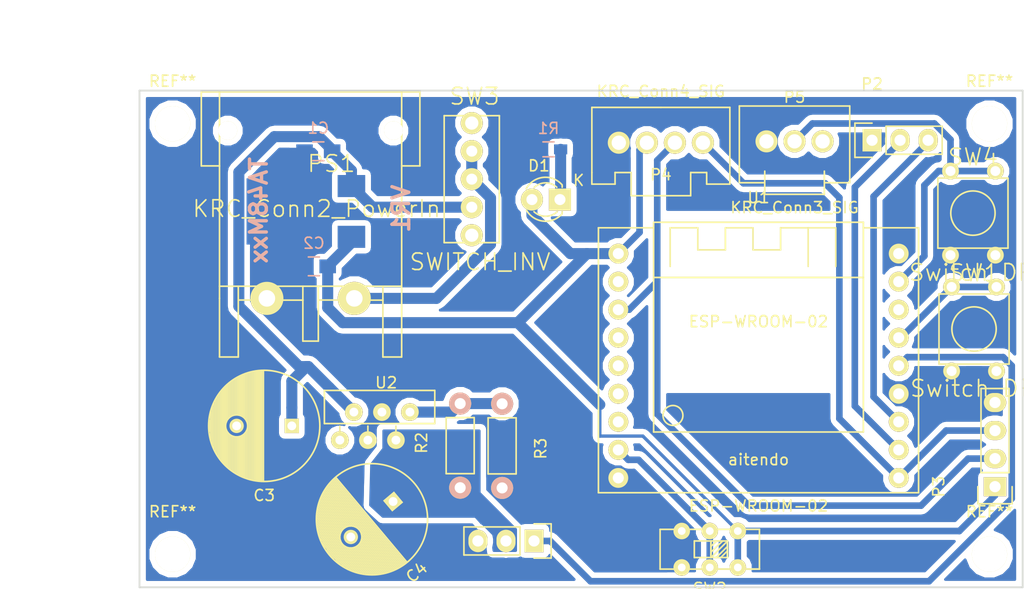
<source format=kicad_pcb>
(kicad_pcb (version 4) (host pcbnew 4.0.2-stable)
  (layers (0 F.Cu signal) (31 B.Cu signal) (34 B.Paste user) (35 F.Paste user) (36 B.SilkS user) (37 F.SilkS user hide) (38 B.Mask user) (39 F.Mask user) (44 Edge.Cuts user))
  (net 0 "")
  (net 1 +12V)
  (net 2 GND)
  (net 3 +3V3)
  (net 4 +9V)
  (net 5 "Net-(D1-Pad1)")
  (net 6 SCL)
  (net 7 SDA)
  (net 8 SW)
  (net 9 VCC)
  (net 10 "Net-(R2-Pad2)")
  (net 11 RST)
  (net 12 MODE)
  (net 13 Servo)
  (net 14 RX)
  (net 15 TX)
  (module KUT_Connector:DF22-2P (layer F.Cu) (at 141.54 88.825)
    (fp_text reference PS1 (at 5.84 -12.2) (layer F.SilkS) (effects (font (size 1.5 1.5))))
    (fp_text value KRC_Conn2_PowerIn (at 4.51 -8.12) (layer F.SilkS) (effects (font (size 1.5 1.5))))
    (fp_line (start 4.66 0.15) (end 4.66 -1.1) (layer F.SilkS) (width 0.15))
    (fp_line (start 3.26 0.16) (end 3.26 -1.1) (layer F.SilkS) (width 0.15))
    (fp_line (start 4.66 0.15) (end 7.17 0.15) (layer F.SilkS) (width 0.15))
    (fp_line (start 3.26 0.16) (end 0.75 0.16) (layer F.SilkS) (width 0.15))
    (fp_line (start 3.26 0.16) (end 3.26 3.87) (layer F.SilkS) (width 0.15))
    (fp_line (start 3.26 3.87) (end 4.66 3.87) (layer F.SilkS) (width 0.15))
    (fp_line (start 4.66 3.87) (end 4.66 0.15) (layer F.SilkS) (width 0.15))
    (fp_line (start -5.94 -12) (end -5.94 -18.7) (layer F.SilkS) (width 0.15))
    (fp_line (start 13.86 -12) (end 13.86 -18.7) (layer F.SilkS) (width 0.15))
    (fp_line (start 12.21 -12) (end 13.86 -12) (layer F.SilkS) (width 0.15))
    (fp_line (start 12.21 5.31) (end 10.51 5.31) (layer F.SilkS) (width 0.15))
    (fp_line (start -2.59 5.31) (end -4.29 5.31) (layer F.SilkS) (width 0.15))
    (fp_line (start -4.29 -12) (end -5.94 -12) (layer F.SilkS) (width 0.15))
    (fp_line (start 8.67 0.16) (end 10.51 0.16) (layer F.SilkS) (width 0.15))
    (fp_line (start 10.51 0) (end 10.51 5.31) (layer F.SilkS) (width 0.15))
    (fp_line (start 10.51 0) (end 10.51 -1.1) (layer F.SilkS) (width 0.15))
    (fp_line (start 3.96 -1.1) (end 12.21 -1.1) (layer F.SilkS) (width 0.15))
    (fp_line (start 12.21 -15.2) (end 12.21 5.31) (layer F.SilkS) (width 0.15))
    (fp_line (start 12.21 -15.2) (end 12.21 -18.7) (layer F.SilkS) (width 0.15))
    (fp_line (start 8.67 0) (end 8.67 0.15) (layer F.SilkS) (width 0.15))
    (fp_line (start 0.75 0) (end 0.75 0.15) (layer F.SilkS) (width 0.15))
    (fp_line (start 7.17 0.15) (end 7.17 0) (layer F.SilkS) (width 0.15))
    (fp_line (start -0.75 0) (end -0.75 0.15) (layer F.SilkS) (width 0.15))
    (fp_line (start -0.75 0.15) (end -2.59 0.15) (layer F.SilkS) (width 0.15))
    (fp_line (start 8.67 0) (end 7.17 0) (layer F.SilkS) (width 0.15))
    (fp_line (start 0.75 0) (end -0.75 0) (layer F.SilkS) (width 0.15))
    (fp_line (start 3.96 -1.1) (end -4.29 -1.1) (layer F.SilkS) (width 0.15))
    (fp_line (start -2.59 -1.1) (end -2.59 5.31) (layer F.SilkS) (width 0.15))
    (fp_line (start -4.29 0) (end -4.29 5.3) (layer F.SilkS) (width 0.15))
    (fp_line (start -4.29 0) (end -4.29 -18.7) (layer F.SilkS) (width 0.15))
    (fp_line (start 8.67 0) (end 8.67 -1.1) (layer F.SilkS) (width 0.15))
    (fp_line (start 7.17 0) (end 7.17 -1.1) (layer F.SilkS) (width 0.15))
    (fp_line (start 0.75 0) (end 0.75 -1.1) (layer F.SilkS) (width 0.15))
    (fp_line (start -0.75 0) (end -0.75 -1.1) (layer F.SilkS) (width 0.15))
    (fp_line (start -5.94 -18.7) (end 13.86 -18.7) (layer F.SilkS) (width 0.15))
    (pad 2 thru_hole circle (at 0 0) (size 3 3) (drill 1.5) (layers *.Cu *.Mask F.SilkS) (net 2 GND))
    (pad 1 thru_hole circle (at 7.92 0) (size 3 3) (drill 1.5) (layers *.Cu *.Mask F.SilkS) (net 9 VCC))
    (pad "" np_thru_hole circle (at -3.54 -15.2) (size 1.7 1.7) (drill 1.7) (layers *.Cu *.Mask F.SilkS))
    (pad "" np_thru_hole circle (at 11.46 -15.2) (size 1.7 1.7) (drill 1.7) (layers *.Cu *.Mask F.SilkS))
  )
  (module Mounting_Holes:MountingHole_3.2mm_M3_ISO7380 (layer F.Cu) (at 133 73)
    (fp_text reference REF** (at 0 -3.85) (layer F.SilkS))
    (fp_text value MountingHole_3.2mm_M3_ISO7380)
    (pad 1 np_thru_hole circle (at 0 0) (size 3.2 3.2) (drill 3.2) (layers *.Cu *.Mask F.SilkS))
  )
  (module Mounting_Holes:MountingHole_3.2mm_M3_ISO7380 (layer F.Cu) (at 133 112)
    (fp_text reference REF** (at 0 -3.85) (layer F.SilkS))
    (fp_text value MountingHole_3.2mm_M3_ISO7380)
    (pad 1 np_thru_hole circle (at 0 0) (size 3.2 3.2) (drill 3.2) (layers *.Cu *.Mask F.SilkS))
  )
  (module Mounting_Holes:MountingHole_3.2mm_M3_ISO7380 (layer F.Cu) (at 207 73)
    (fp_text reference REF** (at 0 -3.85) (layer F.SilkS))
    (fp_text value MountingHole_3.2mm_M3_ISO7380)
    (pad 1 np_thru_hole circle (at 0 0) (size 3.2 3.2) (drill 3.2) (layers *.Cu *.Mask F.SilkS))
  )
  (module Capacitors_SMD:C_0805_HandSoldering (layer B.Cu) (at 146.2 75.5 180)
    (fp_text reference C1 (at 0 2.1 180) (layer B.SilkS) (effects (justify mirror)))
    (fp_text value 1uF)
    (fp_line (start 0.5 0.85) (end -0.5 0.85) (layer B.SilkS) (width 0.15))
    (fp_line (start -0.5 -0.85) (end 0.5 -0.85) (layer B.SilkS) (width 0.15))
    (pad 1 smd rect (at -1.25 0 180) (size 1.5 1.25) (layers B.Cu B.Paste B.Mask) (net 1 +12V))
    (pad 2 smd rect (at 1.25 0 180) (size 1.5 1.25) (layers B.Cu B.Paste B.Mask) (net 2 GND))
  )
  (module Capacitors_SMD:C_0805_HandSoldering (layer B.Cu) (at 145.8 85.925 180)
    (fp_text reference C2 (at 0 2.1 180) (layer B.SilkS) (effects (justify mirror)))
    (fp_text value 1uF)
    (fp_line (start 0.5 0.85) (end -0.5 0.85) (layer B.SilkS) (width 0.15))
    (fp_line (start -0.5 -0.85) (end 0.5 -0.85) (layer B.SilkS) (width 0.15))
    (pad 1 smd rect (at -1.25 0 180) (size 1.5 1.25) (layers B.Cu B.Paste B.Mask) (net 3 +3V3))
    (pad 2 smd rect (at 1.25 0 180) (size 1.5 1.25) (layers B.Cu B.Paste B.Mask) (net 2 GND))
  )
  (module Capacitors_ThroughHole:C_Radial_D10_L13_P5 (layer F.Cu) (at 143.8 100.375 180)
    (fp_text reference C3 (at 2.5 -6.3 180) (layer F.SilkS))
    (fp_text value 220uF)
    (fp_line (start 2.575 -4.999) (end 2.575 4.999) (layer F.SilkS) (width 0.15))
    (fp_line (start 2.715 -4.995) (end 2.715 4.995) (layer F.SilkS) (width 0.15))
    (fp_line (start 2.855 -4.987) (end 2.855 4.987) (layer F.SilkS) (width 0.15))
    (fp_line (start 2.995 -4.975) (end 2.995 4.975) (layer F.SilkS) (width 0.15))
    (fp_line (start 3.135 -4.96) (end 3.135 4.96) (layer F.SilkS) (width 0.15))
    (fp_line (start 3.275 -4.94) (end 3.275 4.94) (layer F.SilkS) (width 0.15))
    (fp_line (start 3.415 -4.916) (end 3.415 4.916) (layer F.SilkS) (width 0.15))
    (fp_line (start 3.555 -4.887) (end 3.555 4.887) (layer F.SilkS) (width 0.15))
    (fp_line (start 3.695 -4.855) (end 3.695 4.855) (layer F.SilkS) (width 0.15))
    (fp_line (start 3.835 -4.818) (end 3.835 4.818) (layer F.SilkS) (width 0.15))
    (fp_line (start 3.975 -4.777) (end 3.975 4.777) (layer F.SilkS) (width 0.15))
    (fp_line (start 4.115 -4.732) (end 4.115 -0.466) (layer F.SilkS) (width 0.15))
    (fp_line (start 4.115 0.466) (end 4.115 4.732) (layer F.SilkS) (width 0.15))
    (fp_line (start 4.255 -4.682) (end 4.255 -0.667) (layer F.SilkS) (width 0.15))
    (fp_line (start 4.255 0.667) (end 4.255 4.682) (layer F.SilkS) (width 0.15))
    (fp_line (start 4.395 -4.627) (end 4.395 -0.796) (layer F.SilkS) (width 0.15))
    (fp_line (start 4.395 0.796) (end 4.395 4.627) (layer F.SilkS) (width 0.15))
    (fp_line (start 4.535 -4.567) (end 4.535 -0.885) (layer F.SilkS) (width 0.15))
    (fp_line (start 4.535 0.885) (end 4.535 4.567) (layer F.SilkS) (width 0.15))
    (fp_line (start 4.675 -4.502) (end 4.675 -0.946) (layer F.SilkS) (width 0.15))
    (fp_line (start 4.675 0.946) (end 4.675 4.502) (layer F.SilkS) (width 0.15))
    (fp_line (start 4.815 -4.432) (end 4.815 -0.983) (layer F.SilkS) (width 0.15))
    (fp_line (start 4.815 0.983) (end 4.815 4.432) (layer F.SilkS) (width 0.15))
    (fp_line (start 4.955 -4.356) (end 4.955 -0.999) (layer F.SilkS) (width 0.15))
    (fp_line (start 4.955 0.999) (end 4.955 4.356) (layer F.SilkS) (width 0.15))
    (fp_line (start 5.095 -4.274) (end 5.095 -0.995) (layer F.SilkS) (width 0.15))
    (fp_line (start 5.095 0.995) (end 5.095 4.274) (layer F.SilkS) (width 0.15))
    (fp_line (start 5.235 -4.186) (end 5.235 -0.972) (layer F.SilkS) (width 0.15))
    (fp_line (start 5.235 0.972) (end 5.235 4.186) (layer F.SilkS) (width 0.15))
    (fp_line (start 5.375 -4.091) (end 5.375 -0.927) (layer F.SilkS) (width 0.15))
    (fp_line (start 5.375 0.927) (end 5.375 4.091) (layer F.SilkS) (width 0.15))
    (fp_line (start 5.515 -3.989) (end 5.515 -0.857) (layer F.SilkS) (width 0.15))
    (fp_line (start 5.515 0.857) (end 5.515 3.989) (layer F.SilkS) (width 0.15))
    (fp_line (start 5.655 -3.879) (end 5.655 -0.756) (layer F.SilkS) (width 0.15))
    (fp_line (start 5.655 0.756) (end 5.655 3.879) (layer F.SilkS) (width 0.15))
    (fp_line (start 5.795 -3.761) (end 5.795 -0.607) (layer F.SilkS) (width 0.15))
    (fp_line (start 5.795 0.607) (end 5.795 3.761) (layer F.SilkS) (width 0.15))
    (fp_line (start 5.935 -3.633) (end 5.935 -0.355) (layer F.SilkS) (width 0.15))
    (fp_line (start 5.935 0.355) (end 5.935 3.633) (layer F.SilkS) (width 0.15))
    (fp_line (start 6.075 -3.496) (end 6.075 3.496) (layer F.SilkS) (width 0.15))
    (fp_line (start 6.215 -3.346) (end 6.215 3.346) (layer F.SilkS) (width 0.15))
    (fp_line (start 6.355 -3.184) (end 6.355 3.184) (layer F.SilkS) (width 0.15))
    (fp_line (start 6.495 -3.007) (end 6.495 3.007) (layer F.SilkS) (width 0.15))
    (fp_line (start 6.635 -2.811) (end 6.635 2.811) (layer F.SilkS) (width 0.15))
    (fp_line (start 6.775 -2.593) (end 6.775 2.593) (layer F.SilkS) (width 0.15))
    (fp_line (start 6.915 -2.347) (end 6.915 2.347) (layer F.SilkS) (width 0.15))
    (fp_line (start 7.055 -2.062) (end 7.055 2.062) (layer F.SilkS) (width 0.15))
    (fp_line (start 7.195 -1.72) (end 7.195 1.72) (layer F.SilkS) (width 0.15))
    (fp_line (start 7.335 -1.274) (end 7.335 1.274) (layer F.SilkS) (width 0.15))
    (fp_line (start 7.475 -0.499) (end 7.475 0.499) (layer F.SilkS) (width 0.15))
    (fp_circle (center 5 0) (end 5 -1) (layer F.SilkS) (width 0.15))
    (fp_circle (center 2.5 0) (end 2.5 -5.0375) (layer F.SilkS) (width 0.15))
    (pad 1 thru_hole rect (at 0 0 180) (size 1.3 1.3) (drill 0.8) (layers *.Cu *.Mask F.SilkS) (net 1 +12V))
    (pad 2 thru_hole circle (at 5 0 180) (size 1.3 1.3) (drill 0.8) (layers *.Cu *.Mask F.SilkS) (net 2 GND))
  )
  (module Capacitors_ThroughHole:C_Radial_D10_L13_P5 (layer F.Cu) (at 152.975 107.225 220)
    (fp_text reference C4 (at 2.5 -6.3 220) (layer F.SilkS))
    (fp_text value 220uF)
    (fp_line (start 2.575 -4.999) (end 2.575 4.999) (layer F.SilkS) (width 0.15))
    (fp_line (start 2.715 -4.995) (end 2.715 4.995) (layer F.SilkS) (width 0.15))
    (fp_line (start 2.855 -4.987) (end 2.855 4.987) (layer F.SilkS) (width 0.15))
    (fp_line (start 2.995 -4.975) (end 2.995 4.975) (layer F.SilkS) (width 0.15))
    (fp_line (start 3.135 -4.96) (end 3.135 4.96) (layer F.SilkS) (width 0.15))
    (fp_line (start 3.275 -4.94) (end 3.275 4.94) (layer F.SilkS) (width 0.15))
    (fp_line (start 3.415 -4.916) (end 3.415 4.916) (layer F.SilkS) (width 0.15))
    (fp_line (start 3.555 -4.887) (end 3.555 4.887) (layer F.SilkS) (width 0.15))
    (fp_line (start 3.695 -4.855) (end 3.695 4.855) (layer F.SilkS) (width 0.15))
    (fp_line (start 3.835 -4.818) (end 3.835 4.818) (layer F.SilkS) (width 0.15))
    (fp_line (start 3.975 -4.777) (end 3.975 4.777) (layer F.SilkS) (width 0.15))
    (fp_line (start 4.115 -4.732) (end 4.115 -0.466) (layer F.SilkS) (width 0.15))
    (fp_line (start 4.115 0.466) (end 4.115 4.732) (layer F.SilkS) (width 0.15))
    (fp_line (start 4.255 -4.682) (end 4.255 -0.667) (layer F.SilkS) (width 0.15))
    (fp_line (start 4.255 0.667) (end 4.255 4.682) (layer F.SilkS) (width 0.15))
    (fp_line (start 4.395 -4.627) (end 4.395 -0.796) (layer F.SilkS) (width 0.15))
    (fp_line (start 4.395 0.796) (end 4.395 4.627) (layer F.SilkS) (width 0.15))
    (fp_line (start 4.535 -4.567) (end 4.535 -0.885) (layer F.SilkS) (width 0.15))
    (fp_line (start 4.535 0.885) (end 4.535 4.567) (layer F.SilkS) (width 0.15))
    (fp_line (start 4.675 -4.502) (end 4.675 -0.946) (layer F.SilkS) (width 0.15))
    (fp_line (start 4.675 0.946) (end 4.675 4.502) (layer F.SilkS) (width 0.15))
    (fp_line (start 4.815 -4.432) (end 4.815 -0.983) (layer F.SilkS) (width 0.15))
    (fp_line (start 4.815 0.983) (end 4.815 4.432) (layer F.SilkS) (width 0.15))
    (fp_line (start 4.955 -4.356) (end 4.955 -0.999) (layer F.SilkS) (width 0.15))
    (fp_line (start 4.955 0.999) (end 4.955 4.356) (layer F.SilkS) (width 0.15))
    (fp_line (start 5.095 -4.274) (end 5.095 -0.995) (layer F.SilkS) (width 0.15))
    (fp_line (start 5.095 0.995) (end 5.095 4.274) (layer F.SilkS) (width 0.15))
    (fp_line (start 5.235 -4.186) (end 5.235 -0.972) (layer F.SilkS) (width 0.15))
    (fp_line (start 5.235 0.972) (end 5.235 4.186) (layer F.SilkS) (width 0.15))
    (fp_line (start 5.375 -4.091) (end 5.375 -0.927) (layer F.SilkS) (width 0.15))
    (fp_line (start 5.375 0.927) (end 5.375 4.091) (layer F.SilkS) (width 0.15))
    (fp_line (start 5.515 -3.989) (end 5.515 -0.857) (layer F.SilkS) (width 0.15))
    (fp_line (start 5.515 0.857) (end 5.515 3.989) (layer F.SilkS) (width 0.15))
    (fp_line (start 5.655 -3.879) (end 5.655 -0.756) (layer F.SilkS) (width 0.15))
    (fp_line (start 5.655 0.756) (end 5.655 3.879) (layer F.SilkS) (width 0.15))
    (fp_line (start 5.795 -3.761) (end 5.795 -0.607) (layer F.SilkS) (width 0.15))
    (fp_line (start 5.795 0.607) (end 5.795 3.761) (layer F.SilkS) (width 0.15))
    (fp_line (start 5.935 -3.633) (end 5.935 -0.355) (layer F.SilkS) (width 0.15))
    (fp_line (start 5.935 0.355) (end 5.935 3.633) (layer F.SilkS) (width 0.15))
    (fp_line (start 6.075 -3.496) (end 6.075 3.496) (layer F.SilkS) (width 0.15))
    (fp_line (start 6.215 -3.346) (end 6.215 3.346) (layer F.SilkS) (width 0.15))
    (fp_line (start 6.355 -3.184) (end 6.355 3.184) (layer F.SilkS) (width 0.15))
    (fp_line (start 6.495 -3.007) (end 6.495 3.007) (layer F.SilkS) (width 0.15))
    (fp_line (start 6.635 -2.811) (end 6.635 2.811) (layer F.SilkS) (width 0.15))
    (fp_line (start 6.775 -2.593) (end 6.775 2.593) (layer F.SilkS) (width 0.15))
    (fp_line (start 6.915 -2.347) (end 6.915 2.347) (layer F.SilkS) (width 0.15))
    (fp_line (start 7.055 -2.062) (end 7.055 2.062) (layer F.SilkS) (width 0.15))
    (fp_line (start 7.195 -1.72) (end 7.195 1.72) (layer F.SilkS) (width 0.15))
    (fp_line (start 7.335 -1.274) (end 7.335 1.274) (layer F.SilkS) (width 0.15))
    (fp_line (start 7.475 -0.499) (end 7.475 0.499) (layer F.SilkS) (width 0.15))
    (fp_circle (center 5 0) (end 5 -1) (layer F.SilkS) (width 0.15))
    (fp_circle (center 2.5 0) (end 2.5 -5.0375) (layer F.SilkS) (width 0.15))
    (pad 1 thru_hole rect (at 0 0 220) (size 1.3 1.3) (drill 0.8) (layers *.Cu *.Mask F.SilkS) (net 4 +9V))
    (pad 2 thru_hole circle (at 5 0 220) (size 1.3 1.3) (drill 0.8) (layers *.Cu *.Mask F.SilkS) (net 2 GND))
  )
  (module LEDs:LED-3MM (layer F.Cu) (at 168.09 79.875 180)
    (fp_text reference D1 (at 1.91 3.06 180) (layer F.SilkS))
    (fp_text value LED)
    (fp_line (start -0.199 1.314) (end -0.199 1.114) (layer F.SilkS) (width 0.15))
    (fp_line (start -0.199 -1.28) (end -0.199 -1.1) (layer F.SilkS) (width 0.15))
    (fp_arc (start 1.301 0.034) (end -0.199 -1.286) (angle 108.5) (layer F.SilkS) (width 0.15))
    (fp_arc (start 1.301 0.034) (end 0.25 -1.1) (angle 85.7) (layer F.SilkS) (width 0.15))
    (fp_arc (start 1.311 0.034) (end 3.051 0.994) (angle 110) (layer F.SilkS) (width 0.15))
    (fp_arc (start 1.301 0.034) (end 2.335 1.094) (angle 87.5) (layer F.SilkS) (width 0.15))
    (fp_text user K (at -1.69 1.74 180) (layer F.SilkS))
    (pad 1 thru_hole rect (at 0 0 270) (size 2 2) (drill 1.00076) (layers *.Cu *.Mask F.SilkS) (net 5 "Net-(D1-Pad1)"))
    (pad 2 thru_hole circle (at 2.54 0 180) (size 2 2) (drill 1.00076) (layers *.Cu *.Mask F.SilkS) (net 3 +3V3))
  )
  (module Socket_Strips:Socket_Strip_Straight_1x03 (layer F.Cu) (at 165.74 110.8 180)
    (fp_text reference P1 (at 0 -5.1 180) (layer F.SilkS))
    (fp_text value CONN_01X03)
    (fp_line (start 0 -1.55) (end -1.55 -1.55) (layer F.SilkS) (width 0.15))
    (fp_line (start -1.55 -1.55) (end -1.55 1.55) (layer F.SilkS) (width 0.15))
    (fp_line (start -1.55 1.55) (end 0 1.55) (layer F.SilkS) (width 0.15))
    (fp_line (start 1.27 -1.27) (end 6.35 -1.27) (layer F.SilkS) (width 0.15))
    (fp_line (start 6.35 -1.27) (end 6.35 1.27) (layer F.SilkS) (width 0.15))
    (fp_line (start 6.35 1.27) (end 1.27 1.27) (layer F.SilkS) (width 0.15))
    (fp_line (start 1.27 1.27) (end 1.27 -1.27) (layer F.SilkS) (width 0.15))
    (pad 1 thru_hole rect (at 0 0 180) (size 1.7272 2.032) (drill 1.016) (layers *.Cu *.Mask F.SilkS) (net 13 Servo))
    (pad 2 thru_hole oval (at 2.54 0 180) (size 1.7272 2.032) (drill 1.016) (layers *.Cu *.Mask F.SilkS) (net 4 +9V))
    (pad 3 thru_hole oval (at 5.08 0 180) (size 1.7272 2.032) (drill 1.016) (layers *.Cu *.Mask F.SilkS) (net 2 GND))
  )
  (module Socket_Strips:Socket_Strip_Straight_1x03 (layer F.Cu) (at 196.36 74.5)
    (fp_text reference P2 (at 0 -5.1) (layer F.SilkS))
    (fp_text value CONN_01X03)
    (fp_line (start 0 -1.55) (end -1.55 -1.55) (layer F.SilkS) (width 0.15))
    (fp_line (start -1.55 -1.55) (end -1.55 1.55) (layer F.SilkS) (width 0.15))
    (fp_line (start -1.55 1.55) (end 0 1.55) (layer F.SilkS) (width 0.15))
    (fp_line (start 1.27 -1.27) (end 6.35 -1.27) (layer F.SilkS) (width 0.15))
    (fp_line (start 6.35 -1.27) (end 6.35 1.27) (layer F.SilkS) (width 0.15))
    (fp_line (start 6.35 1.27) (end 1.27 1.27) (layer F.SilkS) (width 0.15))
    (fp_line (start 1.27 1.27) (end 1.27 -1.27) (layer F.SilkS) (width 0.15))
    (pad 1 thru_hole rect (at 0 0) (size 1.7272 2.032) (drill 1.016) (layers *.Cu *.Mask F.SilkS) (net 2 GND))
    (pad 2 thru_hole oval (at 2.54 0) (size 1.7272 2.032) (drill 1.016) (layers *.Cu *.Mask F.SilkS) (net 14 RX))
    (pad 3 thru_hole oval (at 5.08 0) (size 1.7272 2.032) (drill 1.016) (layers *.Cu *.Mask F.SilkS) (net 15 TX))
  )
  (module Socket_Strips:Socket_Strip_Straight_1x04 (layer F.Cu) (at 207.5 105.88 90)
    (fp_text reference P3 (at 0 -5.1 90) (layer F.SilkS))
    (fp_text value CONN_01X04)
    (fp_line (start 1.27 -1.27) (end 8.89 -1.27) (layer F.SilkS) (width 0.15))
    (fp_line (start 1.27 1.27) (end 8.89 1.27) (layer F.SilkS) (width 0.15))
    (fp_line (start -1.55 1.55) (end 0 1.55) (layer F.SilkS) (width 0.15))
    (fp_line (start 8.89 -1.27) (end 8.89 1.27) (layer F.SilkS) (width 0.15))
    (fp_line (start 1.27 1.27) (end 1.27 -1.27) (layer F.SilkS) (width 0.15))
    (fp_line (start 0 -1.55) (end -1.55 -1.55) (layer F.SilkS) (width 0.15))
    (fp_line (start -1.55 -1.55) (end -1.55 1.55) (layer F.SilkS) (width 0.15))
    (pad 1 thru_hole rect (at 0 0 90) (size 1.7272 2.032) (drill 1.016) (layers *.Cu *.Mask F.SilkS) (net 3 +3V3))
    (pad 2 thru_hole oval (at 2.54 0 90) (size 1.7272 2.032) (drill 1.016) (layers *.Cu *.Mask F.SilkS) (net 6 SCL))
    (pad 3 thru_hole oval (at 5.08 0 90) (size 1.7272 2.032) (drill 1.016) (layers *.Cu *.Mask F.SilkS) (net 7 SDA))
    (pad 4 thru_hole oval (at 7.62 0 90) (size 1.7272 2.032) (drill 1.016) (layers *.Cu *.Mask F.SilkS) (net 2 GND))
  )
  (module KUT_Connector:DF1E-4P_Streight (layer F.Cu) (at 177.23 74.725)
    (fp_text reference P4 (at 0 2.9) (layer F.SilkS))
    (fp_text value KRC_Conn4_SIG (at 0 -4.65) (layer F.SilkS))
    (fp_line (start -2.7 2.7) (end -4.15 2.7) (layer F.SilkS) (width 0.15))
    (fp_line (start 4.15 2.7) (end 2.7 2.7) (layer F.SilkS) (width 0.15))
    (fp_line (start 6.25 2.7) (end 6.25 3.75) (layer F.SilkS) (width 0.15))
    (fp_line (start 6.25 3.75) (end 4.15 3.75) (layer F.SilkS) (width 0.15))
    (fp_line (start 4.15 3.75) (end 4.15 2.7) (layer F.SilkS) (width 0.15))
    (fp_line (start -6.25 2.7) (end -6.25 3.75) (layer F.SilkS) (width 0.15))
    (fp_line (start -6.25 3.75) (end -4.15 3.75) (layer F.SilkS) (width 0.15))
    (fp_line (start -4.15 3.75) (end -4.15 2.7) (layer F.SilkS) (width 0.15))
    (fp_line (start 0 4.8) (end 2.7 4.8) (layer F.SilkS) (width 0.15))
    (fp_line (start 2.7 4.8) (end 2.7 2.7) (layer F.SilkS) (width 0.15))
    (fp_line (start 0 4.8) (end -2.7 4.8) (layer F.SilkS) (width 0.15))
    (fp_line (start -2.7 4.8) (end -2.7 2.7) (layer F.SilkS) (width 0.15))
    (fp_line (start 6.25 -3.2) (end 6.25 2.7) (layer F.SilkS) (width 0.15))
    (fp_line (start -6.25 2.7) (end -6.25 -3.2) (layer F.SilkS) (width 0.15))
    (fp_line (start 0 -3.2) (end 6.25 -3.2) (layer F.SilkS) (width 0.15))
    (fp_line (start 0 -3.2) (end -6.25 -3.2) (layer F.SilkS) (width 0.15))
    (pad 1 thru_hole circle (at -3.81 0) (size 2 2) (drill 1.3) (layers *.Cu *.Mask F.SilkS) (net 2 GND))
    (pad 2 thru_hole circle (at -1.27 0) (size 2 2) (drill 1.3) (layers *.Cu *.Mask F.SilkS) (net 3 +3V3))
    (pad 3 thru_hole circle (at 1.27 0) (size 2 2) (drill 1.3) (layers *.Cu *.Mask F.SilkS) (net 6 SCL))
    (pad 4 thru_hole circle (at 3.81 0) (size 2 2) (drill 1.3) (layers *.Cu *.Mask F.SilkS) (net 7 SDA))
  )
  (module Resistors_SMD:R_0603_HandSoldering (layer B.Cu) (at 167.05 75.325 180)
    (fp_text reference R1 (at 0 1.9 180) (layer B.SilkS) (effects (justify mirror)))
    (fp_text value 1kΩ)
    (fp_line (start 0.5 -0.675) (end -0.5 -0.675) (layer B.SilkS) (width 0.15))
    (fp_line (start -0.5 0.675) (end 0.5 0.675) (layer B.SilkS) (width 0.15))
    (pad 1 smd rect (at -1.1 0 180) (size 1.2 0.9) (layers B.Cu B.Paste B.Mask) (net 5 "Net-(D1-Pad1)"))
    (pad 2 smd rect (at 1.1 0 180) (size 1.2 0.9) (layers B.Cu B.Paste B.Mask) (net 2 GND))
  )
  (module Resistors_ThroughHole:Resistor_Horizontal_RM7mm (layer F.Cu) (at 159.05 105.975 90)
    (fp_text reference R2 (at 4.05892 -3.50012 90) (layer F.SilkS))
    (fp_text value 8.2kΩ)
    (fp_line (start 1.27 -1.27) (end 6.35 -1.27) (layer F.SilkS) (width 0.15))
    (fp_line (start 6.35 -1.27) (end 6.35 1.27) (layer F.SilkS) (width 0.15))
    (fp_line (start 6.35 1.27) (end 1.27 1.27) (layer F.SilkS) (width 0.15))
    (fp_line (start 1.27 1.27) (end 1.27 -1.27) (layer F.SilkS) (width 0.15))
    (pad 1 thru_hole circle (at 0 0 90) (size 1.99898 1.99898) (drill 1.00076) (layers *.Cu *.SilkS *.Mask) (net 4 +9V))
    (pad 2 thru_hole circle (at 7.62 0 90) (size 1.99898 1.99898) (drill 1.00076) (layers *.Cu *.SilkS *.Mask) (net 10 "Net-(R2-Pad2)"))
  )
  (module Resistors_ThroughHole:Resistor_Horizontal_RM7mm (layer F.Cu) (at 162.85 98.375 270)
    (fp_text reference R3 (at 4.05892 -3.50012 270) (layer F.SilkS))
    (fp_text value 1kΩ)
    (fp_line (start 1.27 -1.27) (end 6.35 -1.27) (layer F.SilkS) (width 0.15))
    (fp_line (start 6.35 -1.27) (end 6.35 1.27) (layer F.SilkS) (width 0.15))
    (fp_line (start 6.35 1.27) (end 1.27 1.27) (layer F.SilkS) (width 0.15))
    (fp_line (start 1.27 1.27) (end 1.27 -1.27) (layer F.SilkS) (width 0.15))
    (pad 1 thru_hole circle (at 0 0 270) (size 1.99898 1.99898) (drill 1.00076) (layers *.Cu *.SilkS *.Mask) (net 10 "Net-(R2-Pad2)"))
    (pad 2 thru_hole circle (at 7.62 0 270) (size 1.99898 1.99898) (drill 1.00076) (layers *.Cu *.SilkS *.Mask) (net 2 GND))
  )
  (module myfootprint:tact_switch (layer F.Cu) (at 205.6 91.6)
    (fp_text reference SW1 (at 0 -5.08) (layer F.SilkS) (effects (font (size 1.5 1.5))))
    (fp_text value Switch_DPST (at 1.16078 5.38226) (layer F.SilkS) (effects (font (size 1.5 1.5))))
    (fp_circle (center 0 0) (end -1.905 0.635) (layer F.SilkS) (width 0.15))
    (fp_line (start -3.175 3.175) (end -3.175 -3.175) (layer F.SilkS) (width 0.15))
    (fp_line (start -3.175 -3.175) (end 3.175 -3.175) (layer F.SilkS) (width 0.15))
    (fp_line (start 3.175 -3.175) (end 3.175 3.175) (layer F.SilkS) (width 0.15))
    (fp_line (start 3.175 3.175) (end -3.175 3.175) (layer F.SilkS) (width 0.15))
    (pad 1 thru_hole circle (at -2.032 -3.81) (size 1.524 1.524) (drill 0.9) (layers *.Cu *.Mask F.SilkS) (net 11 RST))
    (pad 2 thru_hole circle (at -2.032 3.81) (size 1.524 1.524) (drill 0.9) (layers *.Cu *.Mask F.SilkS) (net 2 GND))
    (pad 3 thru_hole circle (at 2.032 -3.81) (size 1.524 1.524) (drill 0.9) (layers *.Cu *.Mask F.SilkS) (net 11 RST))
    (pad 4 thru_hole circle (at 2.032 3.81) (size 1.524 1.524) (drill 0.9) (layers *.Cu *.Mask F.SilkS) (net 2 GND))
  )
  (module myfootprint:Toggle_Switch_1L (layer F.Cu) (at 160.1 78.025)
    (fp_text reference SW3 (at 0.25 -7.5) (layer F.SilkS) (effects (font (size 1.5 1.5))))
    (fp_text value SWITCH_INV (at 0.75 7.5) (layer F.SilkS) (effects (font (size 1.5 1.5))))
    (fp_line (start 2.5 -5.75) (end -2.5 -5.75) (layer F.SilkS) (width 0.15))
    (fp_line (start -2.5 -5.75) (end -2.5 5.75) (layer F.SilkS) (width 0.15))
    (fp_line (start -2.5 5.75) (end 2.5 5.75) (layer F.SilkS) (width 0.15))
    (fp_line (start 2.5 5.75) (end 2.5 -5.75) (layer F.SilkS) (width 0.15))
    (pad "" np_thru_hole circle (at 0 5.08) (size 2 2) (drill 1.2) (layers *.Cu *.Mask F.SilkS))
    (pad 1 thru_hole circle (at 0 -2.54) (size 2 2) (drill 1) (layers *.Cu *.Mask F.SilkS) (net 9 VCC))
    (pad 2 thru_hole circle (at 0 0) (size 2 2) (drill 1) (layers *.Cu *.Mask F.SilkS) (net 9 VCC))
    (pad 3 thru_hole circle (at 0 2.54) (size 2 2) (drill 1) (layers *.Cu *.Mask F.SilkS) (net 1 +12V))
    (pad "" np_thru_hole circle (at 0 -5.08) (size 2 2) (drill 1.2) (layers *.Cu *.Mask F.SilkS))
  )
  (module myfootprint:tact_switch (layer F.Cu) (at 205.5 81.1)
    (fp_text reference SW4 (at 0 -5.08) (layer F.SilkS) (effects (font (size 1.5 1.5))))
    (fp_text value Switch_DPST (at 1.16078 5.38226) (layer F.SilkS) (effects (font (size 1.5 1.5))))
    (fp_circle (center 0 0) (end -1.905 0.635) (layer F.SilkS) (width 0.15))
    (fp_line (start -3.175 3.175) (end -3.175 -3.175) (layer F.SilkS) (width 0.15))
    (fp_line (start -3.175 -3.175) (end 3.175 -3.175) (layer F.SilkS) (width 0.15))
    (fp_line (start 3.175 -3.175) (end 3.175 3.175) (layer F.SilkS) (width 0.15))
    (fp_line (start 3.175 3.175) (end -3.175 3.175) (layer F.SilkS) (width 0.15))
    (pad 1 thru_hole circle (at -2.032 -3.81) (size 1.524 1.524) (drill 0.9) (layers *.Cu *.Mask F.SilkS) (net 8 SW))
    (pad 2 thru_hole circle (at -2.032 3.81) (size 1.524 1.524) (drill 0.9) (layers *.Cu *.Mask F.SilkS) (net 2 GND))
    (pad 3 thru_hole circle (at 2.032 -3.81) (size 1.524 1.524) (drill 0.9) (layers *.Cu *.Mask F.SilkS) (net 8 SW))
    (pad 4 thru_hole circle (at 2.032 3.81) (size 1.524 1.524) (drill 0.9) (layers *.Cu *.Mask F.SilkS) (net 2 GND))
  )
  (module myfootprint:ESP-WROOM-02_aitendo (layer F.Cu) (at 186.075 94.93)
    (fp_text reference U1 (at 0 -15.24) (layer F.SilkS))
    (fp_text value ESP-WROOM-02 (at 0 12.7) (layer F.SilkS))
    (fp_line (start 4.5 -12.5) (end 7 -12.5) (layer F.SilkS) (width 0.15))
    (fp_line (start 7 -12.5) (end 7 -9) (layer F.SilkS) (width 0.15))
    (fp_line (start -8 -9) (end -8 -12.5) (layer F.SilkS) (width 0.15))
    (fp_line (start -8 -12.5) (end -5.5 -12.5) (layer F.SilkS) (width 0.15))
    (fp_line (start -5.5 -12.5) (end -5.5 -10.5) (layer F.SilkS) (width 0.15))
    (fp_line (start -5.5 -10.5) (end -3 -10.5) (layer F.SilkS) (width 0.15))
    (fp_line (start -3 -10.5) (end -3 -12.5) (layer F.SilkS) (width 0.15))
    (fp_line (start -3 -12.5) (end -0.5 -12.5) (layer F.SilkS) (width 0.15))
    (fp_line (start -0.5 -12.5) (end -0.5 -10.5) (layer F.SilkS) (width 0.15))
    (fp_line (start -0.5 -10.5) (end 2 -10.5) (layer F.SilkS) (width 0.15))
    (fp_line (start 2 -10.5) (end 2 -12.5) (layer F.SilkS) (width 0.15))
    (fp_line (start 2 -12.5) (end 4.5 -12.5) (layer F.SilkS) (width 0.15))
    (fp_line (start 4.5 -12.5) (end 4.5 -9) (layer F.SilkS) (width 0.15))
    (fp_circle (center -7.75 4.5) (end -8.5 5) (layer F.SilkS) (width 0.15))
    (fp_text user ESP-WROOM-02 (at 0 -4) (layer F.SilkS))
    (fp_text user aitendo (at 0 8.5) (layer F.SilkS))
    (fp_line (start -9.5 -8) (end 9.5 -8) (layer F.SilkS) (width 0.15))
    (fp_line (start 14.5 -12.5) (end 9.5 -12.5) (layer F.SilkS) (width 0.15))
    (fp_line (start -14.5 -12.5) (end -9.5 -12.5) (layer F.SilkS) (width 0.15))
    (fp_line (start -9.5 -13) (end -9.5 6) (layer F.SilkS) (width 0.15))
    (fp_line (start -9.5 6) (end 9 6) (layer F.SilkS) (width 0.15))
    (fp_line (start 9 6) (end 9.5 6) (layer F.SilkS) (width 0.15))
    (fp_line (start 9.5 6) (end 9.5 -13) (layer F.SilkS) (width 0.15))
    (fp_line (start 9.5 -13) (end -9.5 -13) (layer F.SilkS) (width 0.15))
    (fp_line (start -14.5 -12.5) (end -14.5 11.5) (layer F.SilkS) (width 0.15))
    (fp_line (start -14.5 11.5) (end 14.5 11.5) (layer F.SilkS) (width 0.15))
    (fp_line (start 14.5 11.5) (end 14.5 -12.5) (layer F.SilkS) (width 0.15))
    (pad 1 thru_hole circle (at -12.7 -10.16) (size 1.8 1.8) (drill 1) (layers *.Cu *.Mask F.SilkS) (net 3 +3V3))
    (pad 2 thru_hole circle (at -12.7 -7.62) (size 1.8 1.8) (drill 1) (layers *.Cu *.Mask F.SilkS))
    (pad 3 thru_hole circle (at -12.7 -5.08) (size 1.8 1.8) (drill 1) (layers *.Cu *.Mask F.SilkS) (net 6 SCL))
    (pad 4 thru_hole circle (at -12.7 -2.54) (size 1.8 1.8) (drill 1) (layers *.Cu *.Mask F.SilkS))
    (pad 5 thru_hole circle (at -12.7 0) (size 1.8 1.8) (drill 1) (layers *.Cu *.Mask F.SilkS))
    (pad 6 thru_hole circle (at -12.7 2.54) (size 1.8 1.8) (drill 1) (layers *.Cu *.Mask F.SilkS))
    (pad 7 thru_hole circle (at -12.7 5.08) (size 1.8 1.8) (drill 1) (layers *.Cu *.Mask F.SilkS))
    (pad 8 thru_hole circle (at -12.7 7.62) (size 1.8 1.8) (drill 1) (layers *.Cu *.Mask F.SilkS) (net 12 MODE))
    (pad 9 thru_hole circle (at -12.7 10.16) (size 1.8 1.8) (drill 1) (layers *.Cu *.Mask F.SilkS) (net 2 GND))
    (pad 10 thru_hole circle (at 12.7 10.16) (size 1.8 1.8) (drill 1) (layers *.Cu *.Mask F.SilkS) (net 7 SDA))
    (pad 11 thru_hole circle (at 12.7 7.62) (size 1.8 1.8) (drill 1) (layers *.Cu *.Mask F.SilkS) (net 14 RX))
    (pad 12 thru_hole circle (at 12.7 5.08) (size 1.8 1.8) (drill 1) (layers *.Cu *.Mask F.SilkS) (net 15 TX))
    (pad 13 thru_hole circle (at 12.7 2.54) (size 1.8 1.8) (drill 1) (layers *.Cu *.Mask F.SilkS) (net 2 GND))
    (pad 14 thru_hole circle (at 12.7 0) (size 1.8 1.8) (drill 1) (layers *.Cu *.Mask F.SilkS) (net 13 Servo))
    (pad 15 thru_hole circle (at 12.7 -2.54) (size 1.8 1.8) (drill 1) (layers *.Cu *.Mask F.SilkS) (net 11 RST))
    (pad 16 thru_hole circle (at 12.7 -5.08) (size 1.8 1.8) (drill 1) (layers *.Cu *.Mask F.SilkS))
    (pad 17 thru_hole circle (at 12.7 -7.62) (size 1.8 1.8) (drill 1) (layers *.Cu *.Mask F.SilkS) (net 8 SW))
    (pad 18 thru_hole circle (at 12.7 -10.16) (size 1.8 1.8) (drill 1) (layers *.Cu *.Mask F.SilkS) (net 2 GND))
  )
  (module myfootprint:MPM80 (layer F.Cu) (at 151.96 100.395)
    (fp_text reference U2 (at 0.39 -3.93) (layer F.SilkS))
    (fp_text value MPM80)
    (fp_line (start 1.27 0) (end 1.27 1.27) (layer F.SilkS) (width 0.15))
    (fp_line (start -1.27 0) (end -1.27 1.27) (layer F.SilkS) (width 0.15))
    (fp_line (start -3.81 0) (end -3.81 1.27) (layer F.SilkS) (width 0.15))
    (fp_line (start 4.79 -3.23) (end 4.79 -0.23) (layer F.SilkS) (width 0.15))
    (fp_line (start -5.21 -3.23) (end -5.21 -0.23) (layer F.SilkS) (width 0.15))
    (fp_line (start -5.21 -0.23) (end 4.79 -0.23) (layer F.SilkS) (width 0.15))
    (fp_line (start -5.21 -3.23) (end 4.79 -3.23) (layer F.SilkS) (width 0.15))
    (pad 1 thru_hole circle (at -3.81 1.27) (size 1.6 1.6) (drill 0.8) (layers *.Cu *.Mask F.SilkS))
    (pad 2 thru_hole circle (at -2.54 -1.27) (size 1.6 1.6) (drill 0.8) (layers *.Cu *.Mask F.SilkS) (net 1 +12V))
    (pad 3 thru_hole circle (at -1.27 1.27) (size 1.6 1.6) (drill 0.8) (layers *.Cu *.Mask F.SilkS) (net 2 GND))
    (pad 5 thru_hole circle (at 1.27 1.27) (size 1.6 1.6) (drill 0.8) (layers *.Cu *.Mask F.SilkS) (net 4 +9V))
    (pad 6 thru_hole circle (at 2.54 -1.27) (size 1.6 1.6) (drill 0.8) (layers *.Cu *.Mask F.SilkS) (net 10 "Net-(R2-Pad2)"))
    (pad 4 thru_hole circle (at 0 -1.27) (size 1.6 1.6) (drill 0.8) (layers *.Cu *.Mask F.SilkS) (net 2 GND))
  )
  (module KUT_Switch:SlideSwitch_DIP (layer F.Cu) (at 181.66 111.55 180)
    (fp_text reference SW2 (at 0 -3.55 180) (layer F.SilkS))
    (fp_text value Switch_SPDT_x2 (at 0 -5 180) (layer F.SilkS))
    (fp_line (start -0.64 0.75) (end -0.1 0.25) (layer F.SilkS) (width 0.15))
    (fp_line (start -1.17 0.75) (end -0.1 -0.27) (layer F.SilkS) (width 0.15))
    (fp_line (start -1.59 0.72) (end -0.11 -0.75) (layer F.SilkS) (width 0.15))
    (fp_line (start -1.6 0.25) (end -0.59 -0.75) (layer F.SilkS) (width 0.15))
    (fp_line (start -1.6 -0.15) (end -1.01 -0.74) (layer F.SilkS) (width 0.15))
    (fp_line (start -0.1 -0.75) (end 1.4 -0.75) (layer F.SilkS) (width 0.15))
    (fp_line (start 1.4 -0.75) (end 1.4 0.75) (layer F.SilkS) (width 0.15))
    (fp_line (start 1.4 0.75) (end -0.11 0.75) (layer F.SilkS) (width 0.15))
    (fp_line (start -0.1 0) (end -0.1 -0.75) (layer F.SilkS) (width 0.15))
    (fp_line (start -0.1 -0.75) (end -1.6 -0.75) (layer F.SilkS) (width 0.15))
    (fp_line (start -1.6 -0.75) (end -1.6 0.75) (layer F.SilkS) (width 0.15))
    (fp_line (start -1.6 0.75) (end -0.1 0.75) (layer F.SilkS) (width 0.15))
    (fp_line (start -0.1 0.75) (end -0.1 -0.75) (layer F.SilkS) (width 0.15))
    (fp_line (start 0 -1.8) (end -4.5 -1.8) (layer F.SilkS) (width 0.15))
    (fp_line (start -4.5 -1.8) (end -4.5 1.8) (layer F.SilkS) (width 0.15))
    (fp_line (start -4.5 1.8) (end 4.5 1.8) (layer F.SilkS) (width 0.15))
    (fp_line (start 4.5 1.8) (end 4.5 -1.8) (layer F.SilkS) (width 0.15))
    (fp_line (start 4.5 -1.8) (end -4.5 -1.8) (layer F.SilkS) (width 0.15))
    (fp_line (start -0.1 -0.7) (end -0.1 0.7) (layer F.SilkS) (width 0.15))
    (fp_line (start -1.6 -0.7) (end -1.6 0.7) (layer F.SilkS) (width 0.15))
    (pad 5 thru_hole circle (at 0 1.65 180) (size 1.5 1.5) (drill 0.7) (layers *.Cu *.Mask F.SilkS) (net 12 MODE))
    (pad 6 thru_hole circle (at -2.54 1.65 180) (size 1.5 1.5) (drill 0.7) (layers *.Cu *.Mask F.SilkS) (net 3 +3V3))
    (pad 4 thru_hole circle (at 2.54 1.65 180) (size 1.5 1.5) (drill 0.7) (layers *.Cu *.Mask F.SilkS) (net 2 GND))
    (pad 3 thru_hole circle (at 2.54 -1.65 180) (size 1.5 1.5) (drill 0.7) (layers *.Cu *.Mask F.SilkS) (net 2 GND))
    (pad 2 thru_hole circle (at 0 -1.65 180) (size 1.5 1.5) (drill 0.7) (layers *.Cu *.Mask F.SilkS) (net 12 MODE))
    (pad 1 thru_hole circle (at -2.54 -1.65 180) (size 1.5 1.5) (drill 0.7) (layers *.Cu *.Mask F.SilkS) (net 3 +3V3))
  )
  (module KUT_Connector:DF1E-3P_Straight (layer F.Cu) (at 189.34 74.6)
    (fp_text reference P5 (at 0 -4 180) (layer F.SilkS))
    (fp_text value KRC_Conn3_SIG (at 0 6) (layer F.SilkS))
    (fp_line (start -5 2.7) (end -5 3.75) (layer F.SilkS) (width 0.15))
    (fp_line (start -5 3.75) (end -2.7 3.75) (layer F.SilkS) (width 0.15))
    (fp_line (start 5 3.75) (end 2.7 3.75) (layer F.SilkS) (width 0.15))
    (fp_line (start 5 2.7) (end 5 3.75) (layer F.SilkS) (width 0.15))
    (fp_line (start 2.7 2.7) (end 2.7 4.8) (layer F.SilkS) (width 0.15))
    (fp_line (start 2.7 4.8) (end -2.7 4.8) (layer F.SilkS) (width 0.15))
    (fp_line (start -2.7 4.8) (end -2.7 2.7) (layer F.SilkS) (width 0.15))
    (fp_line (start -5 -3.2) (end -5 2.7) (layer F.SilkS) (width 0.15))
    (fp_line (start 5 2.7) (end 5 -3.2) (layer F.SilkS) (width 0.15))
    (fp_line (start 5 -3.2) (end -5 -3.2) (layer F.SilkS) (width 0.15))
    (pad 1 thru_hole circle (at -2.54 0 180) (size 2 2) (drill 1.3) (layers *.Cu *.Mask F.SilkS) (net 2 GND))
    (pad 2 thru_hole circle (at 0 0 180) (size 2 2) (drill 1.3) (layers *.Cu *.Mask F.SilkS) (net 8 SW))
    (pad 3 thru_hole circle (at 2.54 0 180) (size 2 2) (drill 1.3) (layers *.Cu *.Mask F.SilkS))
  )
  (module myfootprint:TA48m33smd (layer B.Cu) (at 147.7 80.95 270)
    (fp_text reference VR1 (at -0.25 -6 270) (layer B.SilkS) (effects (font (thickness 0.3048)) (justify mirror)))
    (fp_text value TA48Mxx (at -0.1 6.9 270) (layer B.SilkS) (effects (font (thickness 0.3048)) (justify mirror)))
    (pad 2 smd rect (at 2.3 -1.5 270) (size 2 2.5) (layers B.Cu B.Paste B.Mask) (net 3 +3V3))
    (pad 1 smd rect (at -2.3 -1.5 270) (size 2 2.5) (layers B.Cu B.Paste B.Mask) (net 1 +12V))
    (pad 3 smd rect (at 0 5 270) (size 6 6) (layers B.Cu B.Paste B.Mask) (net 2 GND))
  )
  (module Mounting_Holes:MountingHole_3.2mm_M3_ISO7380 (layer F.Cu) (at 207 112)
    (fp_text reference REF** (at 0 -3.85) (layer F.SilkS))
    (fp_text value MountingHole_3.2mm_M3_ISO7380)
    (pad 1 np_thru_hole circle (at 0 0) (size 3.2 3.2) (drill 3.2) (layers *.Cu *.Mask F.SilkS))
  )
  (module myfootprint:you (layer F.Cu) (at 185.1 89.2)
    (fp_text reference G*** hide)
    (fp_text value LOGO hide)
  )
  (gr_line (start 210 115) (end 210 70) (layer Edge.Cuts) (width 0.15))
  (gr_line (start 130 115) (end 210 115) (layer Edge.Cuts) (width 0.15))
  (gr_line (start 130 70) (end 130 115) (layer Edge.Cuts) (width 0.15))
  (gr_line (start 130 70) (end 210 70) (layer Edge.Cuts) (width 0.15))
  (segment (start 147.45 75.5) (end 147.45 75.364998) (width 1) (layer B.Cu) (net 1))
  (segment (start 147.45 75.364998) (end 146.260001 74.174999) (width 1) (layer B.Cu) (net 1))
  (segment (start 146.260001 74.174999) (end 142.214999 74.174999) (width 1) (layer B.Cu) (net 1))
  (segment (start 138.999999 89.541001) (end 144.463998 95.005) (width 1) (layer B.Cu) (net 1))
  (segment (start 142.214999 74.174999) (end 138.999999 77.389999) (width 1) (layer B.Cu) (net 1))
  (segment (start 138.999999 77.389999) (end 138.999999 89.541001) (width 1) (layer B.Cu) (net 1))
  (segment (start 144.463998 95.005) (end 145.3 95.005) (width 1) (layer B.Cu) (net 1))
  (segment (start 149.2 78.65) (end 149.2 77.25) (width 1) (layer B.Cu) (net 1))
  (segment (start 149.2 77.25) (end 147.45 75.5) (width 1) (layer B.Cu) (net 1))
  (segment (start 160.1 80.565) (end 151.115 80.565) (width 1) (layer B.Cu) (net 1))
  (segment (start 151.115 80.565) (end 149.2 78.65) (width 1) (layer B.Cu) (net 1))
  (segment (start 145.12 95.005) (end 143.8 96.325) (width 1) (layer B.Cu) (net 1))
  (segment (start 143.8 96.325) (end 143.8 98.725) (width 1) (layer B.Cu) (net 1))
  (segment (start 145.3 95.005) (end 145.12 95.005) (width 1) (layer B.Cu) (net 1))
  (segment (start 145.3 95.005) (end 147.2 96.905) (width 1) (layer B.Cu) (net 1))
  (segment (start 143.8 100.375) (end 143.8 98.725) (width 1) (layer B.Cu) (net 1))
  (segment (start 147.2 96.905) (end 149.42 99.125) (width 1) (layer B.Cu) (net 1))
  (segment (start 175.96 74.725) (end 175.3 75.385) (width 0.6) (layer B.Cu) (net 3))
  (segment (start 175.3 75.385) (end 175.3 82.845) (width 0.6) (layer B.Cu) (net 3))
  (segment (start 175.3 82.845) (end 173.375 84.77) (width 0.6) (layer B.Cu) (net 3))
  (segment (start 165.55 79.875) (end 165.55 81.289213) (width 1) (layer B.Cu) (net 3))
  (segment (start 165.55 81.289213) (end 169.030787 84.77) (width 1) (layer B.Cu) (net 3))
  (segment (start 169.030787 84.77) (end 170.53 84.77) (width 1) (layer B.Cu) (net 3))
  (segment (start 184.2 109.9) (end 175.599999 101.299999) (width 0.3) (layer B.Cu) (net 3))
  (segment (start 175.599999 101.299999) (end 171.699999 101.299999) (width 0.3) (layer B.Cu) (net 3))
  (segment (start 171.699999 101.299999) (end 171.699999 98.450001) (width 0.3) (layer B.Cu) (net 3))
  (segment (start 173.375 84.77) (end 170.53 84.77) (width 1) (layer B.Cu) (net 3))
  (segment (start 170.53 84.77) (end 164.274999 91.025001) (width 1) (layer B.Cu) (net 3))
  (segment (start 171.699999 98.450001) (end 164.274999 91.025001) (width 1) (layer B.Cu) (net 3))
  (segment (start 147.05 85.925) (end 147.05 89.671002) (width 1) (layer B.Cu) (net 3))
  (segment (start 147.05 89.671002) (end 148.403999 91.025001) (width 1) (layer B.Cu) (net 3))
  (segment (start 148.403999 91.025001) (end 164.274999 91.025001) (width 1) (layer B.Cu) (net 3))
  (segment (start 149.2 83.25) (end 149.2 83.775) (width 1) (layer B.Cu) (net 3))
  (segment (start 149.2 83.775) (end 147.05 85.925) (width 1) (layer B.Cu) (net 3))
  (segment (start 184.2 109.9) (end 204.27 109.9) (width 0.6) (layer B.Cu) (net 3))
  (segment (start 204.27 109.9) (end 207.5 106.67) (width 0.6) (layer B.Cu) (net 3))
  (segment (start 207.5 106.67) (end 207.5 105.88) (width 0.6) (layer B.Cu) (net 3))
  (segment (start 184.2 109.9) (end 184.2 113.2) (width 0.6) (layer B.Cu) (net 3))
  (segment (start 159.05 105.975) (end 159.05 106.65) (width 1) (layer B.Cu) (net 4))
  (segment (start 159.05 106.65) (end 163.2 110.8) (width 1) (layer B.Cu) (net 4))
  (segment (start 152.975 107.225) (end 157.8 107.225) (width 1) (layer B.Cu) (net 4))
  (segment (start 157.8 107.225) (end 159.05 105.975) (width 1) (layer B.Cu) (net 4))
  (segment (start 153.23 101.665) (end 153.23 106.97) (width 1) (layer B.Cu) (net 4))
  (segment (start 153.23 106.97) (end 152.975 107.225) (width 1) (layer B.Cu) (net 4))
  (segment (start 168.15 75.325) (end 168.15 79.815) (width 1) (layer B.Cu) (net 5))
  (segment (start 168.15 79.815) (end 168.09 79.875) (width 1) (layer B.Cu) (net 5))
  (segment (start 176.9 87.3) (end 176.9 99.3) (width 0.6) (layer B.Cu) (net 6))
  (segment (start 176.9 99.3) (end 185.2 107.6) (width 0.6) (layer B.Cu) (net 6))
  (segment (start 185.2 107.6) (end 200.8 107.6) (width 0.6) (layer B.Cu) (net 6))
  (segment (start 200.8 107.6) (end 205.06 103.34) (width 0.6) (layer B.Cu) (net 6))
  (segment (start 205.06 103.34) (end 207.5 103.34) (width 0.6) (layer B.Cu) (net 6))
  (segment (start 178.5 74.725) (end 176.9 76.325) (width 0.6) (layer B.Cu) (net 6))
  (segment (start 176.9 76.325) (end 176.9 87.3) (width 0.6) (layer B.Cu) (net 6))
  (segment (start 176.9 87.3) (end 174.35 89.85) (width 0.6) (layer B.Cu) (net 6))
  (segment (start 174.35 89.85) (end 173.375 89.85) (width 0.6) (layer B.Cu) (net 6))
  (segment (start 198.775 105.09) (end 193.4 99.715) (width 0.6) (layer B.Cu) (net 7))
  (segment (start 193.4 99.715) (end 193.4 79.7) (width 0.6) (layer B.Cu) (net 7))
  (segment (start 193.4 79.7) (end 192.1 78.4) (width 0.6) (layer B.Cu) (net 7))
  (segment (start 192.1 78.4) (end 184.715 78.4) (width 0.6) (layer B.Cu) (net 7))
  (segment (start 184.715 78.4) (end 181.04 74.725) (width 0.6) (layer B.Cu) (net 7))
  (segment (start 207.5 100.8) (end 203.065 100.8) (width 0.6) (layer B.Cu) (net 7))
  (segment (start 203.065 100.8) (end 198.775 105.09) (width 0.6) (layer B.Cu) (net 7))
  (segment (start 203.468 77.29) (end 203.468 74.447165) (width 0.6) (layer B.Cu) (net 8))
  (segment (start 203.468 74.447165) (end 202.004825 72.98399) (width 0.6) (layer B.Cu) (net 8))
  (segment (start 202.004825 72.98399) (end 190.95601 72.98399) (width 0.6) (layer B.Cu) (net 8))
  (segment (start 190.95601 72.98399) (end 190.339999 73.600001) (width 0.6) (layer B.Cu) (net 8))
  (segment (start 190.339999 73.600001) (end 189.34 74.6) (width 0.6) (layer B.Cu) (net 8))
  (segment (start 203.468 77.29) (end 202.39037 77.29) (width 0.6) (layer B.Cu) (net 8))
  (segment (start 202.39037 77.29) (end 201.1 78.58037) (width 0.6) (layer B.Cu) (net 8))
  (segment (start 201.1 78.58037) (end 201.1 84.985) (width 0.6) (layer B.Cu) (net 8))
  (segment (start 201.1 84.985) (end 198.775 87.31) (width 0.6) (layer B.Cu) (net 8))
  (segment (start 207.532 77.29) (end 203.468 77.29) (width 0.6) (layer B.Cu) (net 8))
  (segment (start 160.1 78.025) (end 160.1 75.485) (width 1) (layer B.Cu) (net 9))
  (segment (start 149.46 88.825) (end 156.896002 88.825) (width 1) (layer B.Cu) (net 9))
  (segment (start 156.896002 88.825) (end 161.800001 83.921001) (width 1) (layer B.Cu) (net 9))
  (segment (start 161.800001 83.921001) (end 161.800001 79.725001) (width 1) (layer B.Cu) (net 9))
  (segment (start 161.800001 79.725001) (end 161.099999 79.024999) (width 1) (layer B.Cu) (net 9))
  (segment (start 161.099999 79.024999) (end 160.1 78.025) (width 1) (layer B.Cu) (net 9))
  (segment (start 159.05 98.355) (end 162.83 98.355) (width 1) (layer B.Cu) (net 10))
  (segment (start 162.83 98.355) (end 162.85 98.375) (width 1) (layer B.Cu) (net 10))
  (segment (start 154.5 99.125) (end 158.28 99.125) (width 1) (layer B.Cu) (net 10))
  (segment (start 158.28 99.125) (end 159.05 98.355) (width 1) (layer B.Cu) (net 10))
  (segment (start 203.568 87.79) (end 198.968 92.39) (width 0.6) (layer B.Cu) (net 11))
  (segment (start 198.968 92.39) (end 198.775 92.39) (width 0.6) (layer B.Cu) (net 11))
  (segment (start 207.632 87.79) (end 203.568 87.79) (width 0.6) (layer B.Cu) (net 11))
  (segment (start 181.66 109.9) (end 181.66 113.2) (width 0.6) (layer B.Cu) (net 12))
  (segment (start 173.375 102.55) (end 174.274999 103.449999) (width 0.6) (layer B.Cu) (net 12))
  (segment (start 174.274999 103.449999) (end 175.209999 103.449999) (width 0.6) (layer B.Cu) (net 12))
  (segment (start 175.209999 103.449999) (end 180.910001 109.150001) (width 0.6) (layer B.Cu) (net 12))
  (segment (start 180.910001 109.150001) (end 181.66 109.9) (width 0.6) (layer B.Cu) (net 12))
  (segment (start 198.775 94.93) (end 199.557001 94.147999) (width 0.6) (layer B.Cu) (net 13))
  (segment (start 208.237761 94.147999) (end 209.016001 94.926239) (width 0.6) (layer B.Cu) (net 13))
  (segment (start 199.557001 94.147999) (end 208.237761 94.147999) (width 0.6) (layer B.Cu) (net 13))
  (segment (start 209.016001 94.926239) (end 209.016001 106.958983) (width 0.6) (layer B.Cu) (net 13))
  (segment (start 167.2036 110.8) (end 165.74 110.8) (width 0.6) (layer B.Cu) (net 13))
  (segment (start 209.016001 106.958983) (end 201.524983 114.450001) (width 0.6) (layer B.Cu) (net 13))
  (segment (start 170.853601 114.450001) (end 167.2036 110.8) (width 0.6) (layer B.Cu) (net 13))
  (segment (start 201.524983 114.450001) (end 170.853601 114.450001) (width 0.6) (layer B.Cu) (net 13))
  (segment (start 198.775 102.55) (end 194.8 98.575) (width 0.6) (layer B.Cu) (net 14))
  (segment (start 194.8 98.575) (end 194.8 78.7524) (width 0.6) (layer B.Cu) (net 14))
  (segment (start 194.8 78.7524) (end 198.9 74.6524) (width 0.6) (layer B.Cu) (net 14))
  (segment (start 198.9 74.6524) (end 198.9 74.5) (width 0.6) (layer B.Cu) (net 14))
  (segment (start 201.44 74.5) (end 201.44 74.6524) (width 0.6) (layer B.Cu) (net 15))
  (segment (start 201.44 74.6524) (end 196.5 79.5924) (width 0.6) (layer B.Cu) (net 15))
  (segment (start 196.5 79.5924) (end 196.5 97.735) (width 0.6) (layer B.Cu) (net 15))
  (segment (start 196.5 97.735) (end 198.775 100.01) (width 0.6) (layer B.Cu) (net 15))
  (zone (net 2) (net_name GND) (layer B.Cu) (connect_pads yes (clearance 0.508)) (min_thickness 0.254) (fill yes (arc_segments 16) (thermal_gap 0.508) (thermal_bridge_width 0.508))
    (polygon (pts (xy 210 115) (xy 130 115) (xy 130 70) (xy 210 70) (xy 210 115)))
  )
  (zone (net 0) (net_name "") (layer B.Cu) (connect_pads yes (clearance 0.508)) (min_thickness 0.254) (fill yes (arc_segments 16) (thermal_gap 0.508) (thermal_bridge_width 0.508))
    (polygon (pts (xy 130 70) (xy 210 70) (xy 210 115) (xy 130 115)))
  )
  (zone (net 4) (net_name +9V) (layer B.Cu) (priority 1) (connect_pads yes (clearance 0.508)) (min_thickness 0.254) (fill yes (arc_segments 16) (thermal_gap 0.508) (thermal_bridge_width 0.508))
    (polygon (pts (xy 152 100.7) (xy 160.9 100.7) (xy 160.9 106.4) (xy 164.2 109.7) (xy 164.2 111.8) (xy 162 111.8) (xy 161.8 110.3) (xy 160.4 108.7) (xy 152 108.7) (xy 150.8 107.6) (xy 150.9 103.8) (xy 152 102.4)))
  )
  (zone (net 0) (net_name "") (layer B.Cu) (connect_pads (clearance 0.508)) (min_thickness 0.254)
    (keepout (tracks not_allowed) (vias not_allowed) (copperpour not_allowed))
    (fill (arc_segments 16) (thermal_gap 0.508) (thermal_bridge_width 0.508))
    (polygon (pts (xy 192.9 97.4) (xy 177.5 97.4) (xy 177.5 80.9) (xy 192.9 80.9) (xy 192.9 97.4)))
  )
)
</source>
